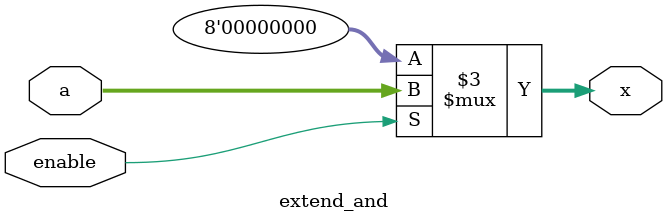
<source format=v>
`timescale 1ns / 1ps

module extend_and
    (
        input [7: 0] a,
        input enable,
        output reg [7: 0] x
    );

    always @* begin 
        if (enable) begin
            x <= a;
        end else begin
            x <= 8'h00;
        end
    end

endmodule

</source>
